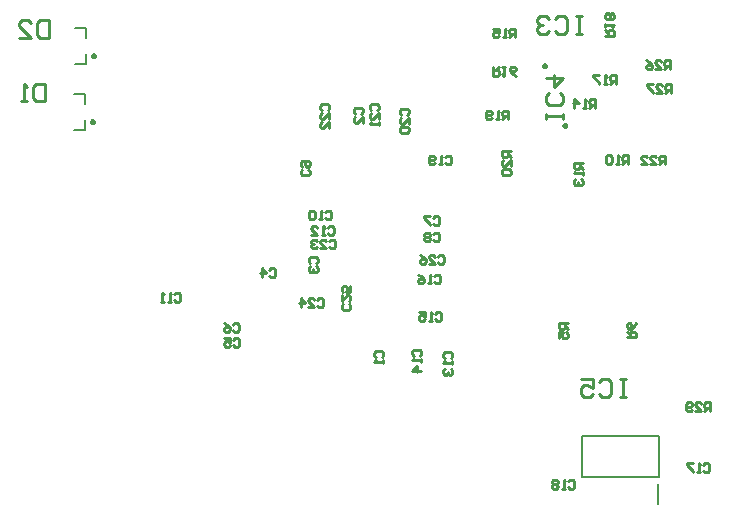
<source format=gbo>
%FSTAX23Y23*%
%MOIN*%
%SFA1B1*%

%IPPOS*%
%ADD11C,0.009840*%
%ADD12C,0.007870*%
%ADD15C,0.010000*%
%LNpcb1-1*%
%LPD*%
G54D11*
X0037Y01919D02*
D01*
X0037Y01919*
X0037Y0192*
X00369Y0192*
X00369Y0192*
X00369Y01921*
X00369Y01921*
X00369Y01921*
X00369Y01922*
X00369Y01922*
X00368Y01922*
X00368Y01922*
X00368Y01923*
X00368Y01923*
X00367Y01923*
X00367Y01923*
X00367Y01923*
X00366Y01924*
X00366Y01924*
X00366Y01924*
X00366Y01924*
X00365Y01924*
X00365Y01924*
X00364*
X00364Y01924*
X00364Y01924*
X00363Y01924*
X00363Y01924*
X00363Y01924*
X00362Y01923*
X00362Y01923*
X00362Y01923*
X00362Y01923*
X00361Y01923*
X00361Y01922*
X00361Y01922*
X00361Y01922*
X0036Y01922*
X0036Y01921*
X0036Y01921*
X0036Y01921*
X0036Y0192*
X0036Y0192*
X0036Y0192*
X0036Y01919*
X0036Y01919*
X0036Y01919*
X0036Y01918*
X0036Y01918*
X0036Y01918*
X0036Y01917*
X0036Y01917*
X0036Y01917*
X0036Y01916*
X00361Y01916*
X00361Y01916*
X00361Y01916*
X00361Y01915*
X00362Y01915*
X00362Y01915*
X00362Y01915*
X00362Y01915*
X00363Y01914*
X00363Y01914*
X00363Y01914*
X00364Y01914*
X00364Y01914*
X00364Y01914*
X00365*
X00365Y01914*
X00366Y01914*
X00366Y01914*
X00366Y01914*
X00366Y01914*
X00367Y01915*
X00367Y01915*
X00367Y01915*
X00368Y01915*
X00368Y01915*
X00368Y01916*
X00368Y01916*
X00369Y01916*
X00369Y01916*
X00369Y01917*
X00369Y01917*
X00369Y01917*
X00369Y01918*
X00369Y01918*
X0037Y01918*
X0037Y01919*
X0037Y01919*
X00365Y01699D02*
D01*
X00365Y01699*
X00365Y017*
X00365Y017*
X00365Y017*
X00365Y01701*
X00365Y01701*
X00365Y01701*
X00365Y01702*
X00364Y01702*
X00364Y01702*
X00364Y01702*
X00364Y01703*
X00363Y01703*
X00363Y01703*
X00363Y01703*
X00363Y01703*
X00362Y01704*
X00362Y01704*
X00362Y01704*
X00361Y01704*
X00361Y01704*
X00361Y01704*
X0036*
X0036Y01704*
X0036Y01704*
X00359Y01704*
X00359Y01704*
X00359Y01704*
X00358Y01703*
X00358Y01703*
X00358Y01703*
X00357Y01703*
X00357Y01703*
X00357Y01702*
X00357Y01702*
X00356Y01702*
X00356Y01702*
X00356Y01701*
X00356Y01701*
X00356Y01701*
X00356Y017*
X00356Y017*
X00355Y017*
X00355Y01699*
X00355Y01699*
X00355Y01699*
X00355Y01698*
X00356Y01698*
X00356Y01698*
X00356Y01697*
X00356Y01697*
X00356Y01697*
X00356Y01696*
X00356Y01696*
X00357Y01696*
X00357Y01696*
X00357Y01695*
X00357Y01695*
X00358Y01695*
X00358Y01695*
X00358Y01695*
X00359Y01694*
X00359Y01694*
X00359Y01694*
X0036Y01694*
X0036Y01694*
X0036Y01694*
X00361*
X00361Y01694*
X00361Y01694*
X00362Y01694*
X00362Y01694*
X00362Y01694*
X00363Y01695*
X00363Y01695*
X00363Y01695*
X00363Y01695*
X00364Y01695*
X00364Y01696*
X00364Y01696*
X00364Y01696*
X00365Y01696*
X00365Y01697*
X00365Y01697*
X00365Y01697*
X00365Y01698*
X00365Y01698*
X00365Y01698*
X00365Y01699*
X00365Y01699*
X01941Y01687D02*
D01*
X01941Y01687*
X01941Y01688*
X01941Y01688*
X01941Y01688*
X01941Y01689*
X01941Y01689*
X01941Y01689*
X0194Y0169*
X0194Y0169*
X0194Y0169*
X0194Y0169*
X0194Y01691*
X01939Y01691*
X01939Y01691*
X01939Y01691*
X01938Y01691*
X01938Y01691*
X01938Y01692*
X01937Y01692*
X01937Y01692*
X01937Y01692*
X01936Y01692*
X01936*
X01936Y01692*
X01935Y01692*
X01935Y01692*
X01935Y01692*
X01934Y01691*
X01934Y01691*
X01934Y01691*
X01933Y01691*
X01933Y01691*
X01933Y01691*
X01933Y0169*
X01932Y0169*
X01932Y0169*
X01932Y0169*
X01932Y01689*
X01932Y01689*
X01932Y01689*
X01932Y01688*
X01931Y01688*
X01931Y01688*
X01931Y01687*
X01931Y01687*
X01931Y01687*
X01931Y01686*
X01931Y01686*
X01932Y01686*
X01932Y01685*
X01932Y01685*
X01932Y01685*
X01932Y01684*
X01932Y01684*
X01932Y01684*
X01933Y01684*
X01933Y01683*
X01933Y01683*
X01933Y01683*
X01934Y01683*
X01934Y01682*
X01934Y01682*
X01935Y01682*
X01935Y01682*
X01935Y01682*
X01936Y01682*
X01936Y01682*
X01936*
X01937Y01682*
X01937Y01682*
X01937Y01682*
X01938Y01682*
X01938Y01682*
X01938Y01682*
X01939Y01683*
X01939Y01683*
X01939Y01683*
X0194Y01683*
X0194Y01684*
X0194Y01684*
X0194Y01684*
X0194Y01684*
X01941Y01685*
X01941Y01685*
X01941Y01685*
X01941Y01686*
X01941Y01686*
X01941Y01686*
X01941Y01687*
X01941Y01687*
X01873Y01886D02*
D01*
X01873Y01886*
X01873Y01887*
X01873Y01887*
X01873Y01887*
X01873Y01888*
X01873Y01888*
X01872Y01888*
X01872Y01889*
X01872Y01889*
X01872Y01889*
X01872Y01889*
X01871Y0189*
X01871Y0189*
X01871Y0189*
X01871Y0189*
X0187Y01891*
X0187Y01891*
X0187Y01891*
X01869Y01891*
X01869Y01891*
X01869Y01891*
X01868Y01891*
X01868*
X01868Y01891*
X01867Y01891*
X01867Y01891*
X01867Y01891*
X01866Y01891*
X01866Y01891*
X01866Y0189*
X01865Y0189*
X01865Y0189*
X01865Y0189*
X01865Y01889*
X01864Y01889*
X01864Y01889*
X01864Y01889*
X01864Y01888*
X01864Y01888*
X01863Y01888*
X01863Y01887*
X01863Y01887*
X01863Y01887*
X01863Y01886*
X01863Y01886*
X01863Y01886*
X01863Y01885*
X01863Y01885*
X01863Y01885*
X01863Y01884*
X01864Y01884*
X01864Y01884*
X01864Y01883*
X01864Y01883*
X01864Y01883*
X01865Y01883*
X01865Y01882*
X01865Y01882*
X01865Y01882*
X01866Y01882*
X01866Y01882*
X01866Y01882*
X01867Y01881*
X01867Y01881*
X01867Y01881*
X01868Y01881*
X01868Y01881*
X01868*
X01869Y01881*
X01869Y01881*
X01869Y01881*
X0187Y01881*
X0187Y01882*
X0187Y01882*
X01871Y01882*
X01871Y01882*
X01871Y01882*
X01871Y01882*
X01872Y01883*
X01872Y01883*
X01872Y01883*
X01872Y01883*
X01872Y01884*
X01873Y01884*
X01873Y01884*
X01873Y01885*
X01873Y01885*
X01873Y01885*
X01873Y01886*
X01873Y01886*
G54D12*
X00339Y0198D02*
Y02012D01*
X00304D02*
X00339D01*
Y01893D02*
Y01925D01*
X00304Y01893D02*
X00339D01*
X00335Y0176D02*
Y01792D01*
X00299D02*
X00335D01*
Y01673D02*
Y01705D01*
X00299Y01673D02*
X00335D01*
X02245Y00424D02*
Y00493D01*
X01994Y00514D02*
X02249D01*
X01994D02*
Y00651D01*
X02249*
Y00514D02*
Y00651D01*
G54D15*
X01291Y01738D02*
X01286Y01743D01*
Y01753*
X01291Y01758*
X01311*
X01316Y01753*
Y01743*
X01311Y01738*
X01316Y01708D02*
Y01728D01*
X01296Y01708*
X01291*
X01286Y01713*
Y01723*
X01291Y01728*
X01316Y01698D02*
Y01688D01*
Y01693*
X01286*
X01291Y01698*
X01137Y01398D02*
X01142Y01403D01*
X01152*
X01157Y01398*
Y01379*
X01152Y01374*
X01142*
X01137Y01379*
X01127Y01374D02*
X01117D01*
X01122*
Y01403*
X01127Y01398*
X01102D02*
X01097Y01403D01*
X01087*
X01082Y01398*
Y01379*
X01087Y01374*
X01097*
X01102Y01379*
Y01398*
X02291Y01795D02*
Y01824D01*
X02276*
X02271Y01819*
Y0181*
X02276Y01805*
X02291*
X02281D02*
X02271Y01795D01*
X02241D02*
X02261D01*
X02241Y01814*
Y01819*
X02246Y01824*
X02256*
X02261Y01819*
X02231Y01824D02*
X02211D01*
Y01819*
X02231Y018*
Y01795*
X01145Y01347D02*
X0115Y01352D01*
X0116*
X01165Y01347*
Y01328*
X0116Y01323*
X0115*
X01145Y01328*
X01135Y01323D02*
X01125D01*
X0113*
Y01352*
X01135Y01347*
X0109Y01323D02*
X0111D01*
X0109Y01342*
Y01347*
X01095Y01352*
X01105*
X0111Y01347*
X02421Y00735D02*
Y00764D01*
X02406*
X02401Y00759*
Y00749*
X02406Y00745*
X02421*
X02411D02*
X02401Y00735D01*
X02371D02*
X02391D01*
X02371Y00754*
Y00759*
X02376Y00764*
X02386*
X02391Y00759*
X02361Y0074D02*
X02356Y00735D01*
X02346*
X02341Y0074*
Y00759*
X02346Y00764*
X02356*
X02361Y00759*
Y00754*
X02356Y00749*
X02341*
X02288Y01875D02*
Y01904D01*
X02273*
X02268Y01899*
Y01889*
X02273Y01885*
X02288*
X02278D02*
X02268Y01875D01*
X02238D02*
X02258D01*
X02238Y01894*
Y01899*
X02243Y01904*
X02253*
X02258Y01899*
X02208Y01904D02*
X02218Y01899D01*
X02228Y01889*
Y0188*
X02223Y01875*
X02213*
X02208Y0188*
Y01885*
X02213Y01889*
X02228*
X0227Y01558D02*
Y01587D01*
X02255*
X0225Y01582*
Y01572*
X02255Y01568*
X0227*
X0226D02*
X0225Y01558D01*
X0222D02*
X0224D01*
X0222Y01577*
Y01582*
X02225Y01587*
X02235*
X0224Y01582*
X0219Y01558D02*
X0221D01*
X0219Y01577*
Y01582*
X02195Y01587*
X02205*
X0221Y01582*
X01755Y01601D02*
X01725D01*
Y01586*
X0173Y01581*
X0174*
X01745Y01586*
Y01601*
Y01591D02*
X01755Y01581D01*
Y01551D02*
Y01571D01*
X01735Y01551*
X0173*
X01725Y01556*
Y01566*
X0173Y01571*
Y01541D02*
X01725Y01536D01*
Y01526*
X0173Y01521*
X0175*
X01755Y01526*
Y01536*
X0175Y01541*
X0173*
X01748Y01708D02*
Y01737D01*
X01733*
X01728Y01732*
Y01723*
X01733Y01718*
X01748*
X01738D02*
X01728Y01708D01*
X01718D02*
X01708D01*
X01713*
Y01737*
X01718Y01732*
X01693Y01713D02*
X01688Y01708D01*
X01678*
X01673Y01713*
Y01732*
X01678Y01737*
X01688*
X01693Y01732*
Y01727*
X01688Y01723*
X01673*
X0207Y01987D02*
X02099D01*
Y02002*
X02094Y02006*
X02085*
X0208Y02002*
Y01987*
Y01997D02*
X0207Y02006D01*
Y02016D02*
Y02026D01*
Y02021*
X02099*
X02094Y02016*
Y02041D02*
X02099Y02046D01*
Y02056*
X02094Y02061*
X02089*
X02085Y02056*
X0208Y02061*
X02075*
X0207Y02056*
Y02046*
X02075Y02041*
X0208*
X02085Y02046*
X02089Y02041*
X02094*
X02085Y02046D02*
Y02056D01*
X02106Y01826D02*
Y01855D01*
X02091*
X02086Y0185*
Y0184*
X02091Y01836*
X02106*
X02096D02*
X02086Y01826D01*
X02076D02*
X02066D01*
X02071*
Y01855*
X02076Y0185*
X02051Y01855D02*
X02031D01*
Y0185*
X02051Y01831*
Y01826*
X01698Y01883D02*
Y01853D01*
X01713*
X01717Y01858*
Y01868*
X01713Y01873*
X01698*
X01708D02*
X01717Y01883D01*
X01727D02*
X01737D01*
X01732*
Y01853*
X01727Y01858*
X01772Y01853D02*
X01762Y01858D01*
X01752Y01868*
Y01878*
X01757Y01883*
X01767*
X01772Y01878*
Y01873*
X01767Y01868*
X01752*
X01771Y01981D02*
Y0201D01*
X01756*
X01751Y02005*
Y01996*
X01756Y01991*
X01771*
X01761D02*
X01751Y01981D01*
X01741D02*
X01731D01*
X01736*
Y0201*
X01741Y02005*
X01696Y0201D02*
X01716D01*
Y01996*
X01706Y02*
X01701*
X01696Y01996*
Y01986*
X01701Y01981*
X01711*
X01716Y01986*
X02038Y01746D02*
Y01775D01*
X02023*
X02018Y0177*
Y01761*
X02023Y01756*
X02038*
X02028D02*
X02018Y01746D01*
X02008D02*
X01998D01*
X02003*
Y01775*
X02008Y0177*
X01968Y01746D02*
Y01775D01*
X01983Y01761*
X01963*
X01995Y01563D02*
X01965D01*
Y01548*
X0197Y01543*
X0198*
X01985Y01548*
Y01563*
Y01553D02*
X01995Y01543D01*
Y01533D02*
Y01523D01*
Y01528*
X01965*
X0197Y01533*
Y01508D02*
X01965Y01503D01*
Y01493*
X0197Y01488*
X01975*
X0198Y01493*
Y01498*
Y01493*
X01985Y01488*
X0199*
X01995Y01493*
Y01503*
X0199Y01508*
X02147Y01559D02*
Y01588D01*
X02132*
X02127Y01583*
Y01573*
X02132Y01569*
X02147*
X02137D02*
X02127Y01559D01*
X02117D02*
X02107D01*
X02112*
Y01588*
X02117Y01583*
X02092D02*
X02087Y01588D01*
X02077*
X02072Y01583*
Y01564*
X02077Y01559*
X02087*
X02092Y01564*
Y01583*
X02144Y00981D02*
X02173D01*
Y00995*
X02168Y01*
X02158*
X02154Y00995*
Y00981*
Y00991D02*
X02144Y01D01*
X02173Y0103D02*
X02168Y0102D01*
X02158Y0101*
X02149*
X02144Y01015*
Y01025*
X02149Y0103*
X02154*
X02158Y01025*
Y0101*
X01945Y01028D02*
X01915D01*
Y01013*
X0192Y01008*
X0193*
X01935Y01013*
Y01028*
Y01018D02*
X01945Y01008D01*
X01915Y00978D02*
Y00998D01*
X0193*
X01925Y00988*
Y00983*
X0193Y00978*
X0194*
X01945Y00983*
Y00993*
X0194Y00998*
X02139Y00841D02*
X02119D01*
X02129*
Y00782*
X02139*
X02119*
X02049Y00831D02*
X02059Y00841D01*
X02079*
X02089Y00831*
Y00792*
X02079Y00782*
X02059*
X02049Y00792*
X01989Y00841D02*
X02029D01*
Y00811*
X02009Y00821*
X01999*
X01989Y00811*
Y00792*
X01999Y00782*
X02019*
X02029Y00792*
X01931Y01708D02*
Y01727D01*
Y01718*
X01872*
Y01708*
Y01727*
X01921Y01797D02*
X01931Y01787D01*
Y01767*
X01921Y01757*
X01882*
X01872Y01767*
Y01787*
X01882Y01797*
X01872Y01847D02*
X01931D01*
X01901Y01817*
Y01857*
X01994Y02052D02*
X01974D01*
X01984*
Y01993*
X01994*
X01974*
X01904Y02042D02*
X01914Y02052D01*
X01934*
X01944Y02042*
Y02003*
X01934Y01993*
X01914*
X01904Y02003*
X01884Y02042D02*
X01874Y02052D01*
X01854*
X01844Y02042*
Y02032*
X01854Y02022*
X01864*
X01854*
X01844Y02012*
Y02003*
X01854Y01993*
X01874*
X01884Y02003*
X00216Y02039D02*
Y0198D01*
X00186*
X00176Y0199*
Y02029*
X00186Y02039*
X00216*
X00116Y0198D02*
X00156D01*
X00116Y02019*
Y02029*
X00126Y02039*
X00146*
X00156Y02029*
X00203Y01827D02*
Y01768D01*
X00173*
X00163Y01778*
Y01817*
X00173Y01827*
X00203*
X00143Y01768D02*
X00123D01*
X00133*
Y01827*
X00143Y01817*
X01513Y0125D02*
X01518Y01255D01*
X01528*
X01533Y0125*
Y01231*
X01528Y01226*
X01518*
X01513Y01231*
X01483Y01226D02*
X01503D01*
X01483Y01245*
Y0125*
X01488Y01255*
X01498*
X01503Y0125*
X01453Y01255D02*
X01463Y0125D01*
X01473Y01241*
Y01231*
X01468Y01226*
X01458*
X01453Y01231*
Y01236*
X01458Y01241*
X01473*
X01216Y01092D02*
X01221Y01088D01*
Y01078*
X01216Y01073*
X01197*
X01192Y01078*
Y01088*
X01197Y01092*
X01192Y01122D02*
Y01102D01*
X01211Y01122*
X01216*
X01221Y01117*
Y01107*
X01216Y01102*
X01221Y01152D02*
Y01132D01*
X01207*
X01211Y01142*
Y01147*
X01207Y01152*
X01197*
X01192Y01147*
Y01137*
X01197Y01132*
X0111Y01106D02*
X01115Y01111D01*
X01125*
X0113Y01106*
Y01087*
X01125Y01082*
X01115*
X0111Y01087*
X0108Y01082D02*
X011D01*
X0108Y01101*
Y01106*
X01085Y01111*
X01095*
X011Y01106*
X01055Y01082D02*
Y01111D01*
X0107Y01096*
X0105*
X0115Y01302D02*
X01155Y01307D01*
X01165*
X0117Y01302*
Y01283*
X01165Y01278*
X01155*
X0115Y01283*
X0112Y01278D02*
X0114D01*
X0112Y01297*
Y01302*
X01125Y01307*
X01135*
X0114Y01302*
X0111D02*
X01105Y01307D01*
X01095*
X0109Y01302*
Y01297*
X01095Y01292*
X011*
X01095*
X0109Y01288*
Y01283*
X01095Y01278*
X01105*
X0111Y01283*
X01125Y01738D02*
X0112Y01743D01*
Y01753*
X01125Y01758*
X01145*
X0115Y01753*
Y01743*
X01145Y01738*
X0115Y01708D02*
Y01728D01*
X0113Y01708*
X01125*
X0112Y01713*
Y01723*
X01125Y01728*
X0115Y01678D02*
Y01698D01*
X0113Y01678*
X01125*
X0112Y01683*
Y01693*
X01125Y01698*
X01391Y01723D02*
X01386Y01728D01*
Y01738*
X01391Y01743*
X01411*
X01416Y01738*
Y01728*
X01411Y01723*
X01416Y01693D02*
Y01713D01*
X01396Y01693*
X01391*
X01386Y01698*
Y01708*
X01391Y01713*
Y01683D02*
X01386Y01678D01*
Y01668*
X01391Y01663*
X01411*
X01416Y01668*
Y01678*
X01411Y01683*
X01391*
X01538Y01582D02*
X01543Y01587D01*
X01553*
X01558Y01582*
Y01563*
X01553Y01558*
X01543*
X01538Y01563*
X01528Y01558D02*
X01518D01*
X01523*
Y01587*
X01528Y01582*
X01503Y01563D02*
X01498Y01558D01*
X01488*
X01483Y01563*
Y01582*
X01488Y01587*
X01498*
X01503Y01582*
Y01577*
X01498Y01572*
X01483*
X01948Y00501D02*
X01953Y00506D01*
X01963*
X01968Y00501*
Y00482*
X01963Y00477*
X01953*
X01948Y00482*
X01938Y00477D02*
X01928D01*
X01933*
Y00506*
X01938Y00501*
X01913D02*
X01908Y00506D01*
X01898*
X01893Y00501*
Y00496*
X01898Y00492*
X01893Y00487*
Y00482*
X01898Y00477*
X01908*
X01913Y00482*
Y00487*
X01908Y00492*
X01913Y00496*
Y00501*
X01908Y00492D02*
X01898D01*
X02397Y00556D02*
X02402Y00561D01*
X02412*
X02417Y00556*
Y00537*
X02412Y00532*
X02402*
X02397Y00537*
X02387Y00532D02*
X02377D01*
X02382*
Y00561*
X02387Y00556*
X02362Y00561D02*
X02342D01*
Y00556*
X02362Y00537*
Y00532*
X015Y01185D02*
X01505Y0119D01*
X01515*
X0152Y01185*
Y01166*
X01515Y01161*
X01505*
X015Y01166*
X0149Y01161D02*
X0148D01*
X01485*
Y0119*
X0149Y01185*
X01445Y0119D02*
X01455Y01185D01*
X01465Y01175*
Y01166*
X0146Y01161*
X0145*
X01445Y01166*
Y01171*
X0145Y01175*
X01465*
X01504Y0106D02*
X01509Y01065D01*
X01519*
X01524Y0106*
Y01041*
X01519Y01036*
X01509*
X01504Y01041*
X01494Y01036D02*
X01484D01*
X01489*
Y01065*
X01494Y0106*
X01449Y01065D02*
X01469D01*
Y0105*
X01459Y01055*
X01454*
X01449Y0105*
Y01041*
X01454Y01036*
X01464*
X01469Y01041*
X01433Y0092D02*
X01428Y00925D01*
Y00935*
X01433Y0094*
X01453*
X01458Y00935*
Y00925*
X01453Y0092*
X01458Y0091D02*
Y009D01*
Y00905*
X01428*
X01433Y0091*
X01458Y0087D02*
X01428D01*
X01443Y00885*
Y00865*
X01535Y00911D02*
X0153Y00916D01*
Y00926*
X01535Y00931*
X01555*
X0156Y00926*
Y00916*
X01555Y00911*
X0156Y00901D02*
Y00891D01*
Y00896*
X0153*
X01535Y00901*
Y00876D02*
X0153Y00871D01*
Y00861*
X01535Y00856*
X0154*
X01545Y00861*
Y00866*
Y00861*
X0155Y00856*
X01555*
X0156Y00861*
Y00871*
X01555Y00876*
X00634Y01124D02*
X00639Y01129D01*
X00649*
X00654Y01124*
Y01105*
X00649Y011*
X00639*
X00634Y01105*
X00624Y011D02*
X00614D01*
X00619*
Y01129*
X00624Y01124*
X00599Y011D02*
X00589D01*
X00594*
Y01129*
X00599Y01124*
X0108Y0154D02*
X01085Y01536D01*
Y01526*
X0108Y01521*
X01061*
X01056Y01526*
Y01536*
X01061Y0154*
Y0155D02*
X01056Y01555D01*
Y01565*
X01061Y0157*
X0108*
X01085Y01565*
Y01555*
X0108Y0155*
X01075*
X0107Y01555*
Y0157*
X01497Y01325D02*
X01502Y0133D01*
X01512*
X01517Y01325*
Y01306*
X01512Y01301*
X01502*
X01497Y01306*
X01487Y01325D02*
X01482Y0133D01*
X01472*
X01467Y01325*
Y0132*
X01472Y01315*
X01467Y01311*
Y01306*
X01472Y01301*
X01482*
X01487Y01306*
Y01311*
X01482Y01315*
X01487Y0132*
Y01325*
X01482Y01315D02*
X01472D01*
X01498Y01379D02*
X01503Y01384D01*
X01513*
X01518Y01379*
Y0136*
X01513Y01355*
X01503*
X01498Y0136*
X01488Y01384D02*
X01468D01*
Y01379*
X01488Y0136*
Y01355*
X00829Y01023D02*
X00834Y01028D01*
X00844*
X00849Y01023*
Y01004*
X00844Y00999*
X00834*
X00829Y01004*
X00799Y01028D02*
X00809Y01023D01*
X00819Y01014*
Y01004*
X00814Y00999*
X00804*
X00799Y01004*
Y01009*
X00804Y01014*
X00819*
X0083Y00973D02*
X00835Y00978D01*
X00845*
X0085Y00973*
Y00954*
X00845Y00949*
X00835*
X0083Y00954*
X008Y00978D02*
X0082D01*
Y00963*
X0081Y00968*
X00805*
X008Y00963*
Y00954*
X00805Y00949*
X00815*
X0082Y00954*
X0095Y01206D02*
X00955Y01211D01*
X00965*
X0097Y01206*
Y01187*
X00965Y01182*
X00955*
X0095Y01187*
X00925Y01182D02*
Y01211D01*
X0094Y01197*
X0092*
X01087Y01228D02*
X01082Y01233D01*
Y01243*
X01087Y01248*
X01107*
X01112Y01243*
Y01233*
X01107Y01228*
X01087Y01218D02*
X01082Y01213D01*
Y01203*
X01087Y01198*
X01092*
X01097Y01203*
Y01208*
Y01203*
X01102Y01198*
X01107*
X01112Y01203*
Y01213*
X01107Y01218*
X01238Y01727D02*
X01233Y01732D01*
Y01742*
X01238Y01747*
X01258*
X01263Y01742*
Y01732*
X01258Y01727*
X01263Y01697D02*
Y01717D01*
X01243Y01697*
X01238*
X01233Y01702*
Y01712*
X01238Y01717*
X01305Y00915D02*
X013Y0092D01*
Y0093*
X01305Y00935*
X01325*
X0133Y0093*
Y0092*
X01325Y00915*
X0133Y00905D02*
Y00895D01*
Y009*
X013*
X01305Y00905*
M02*
</source>
